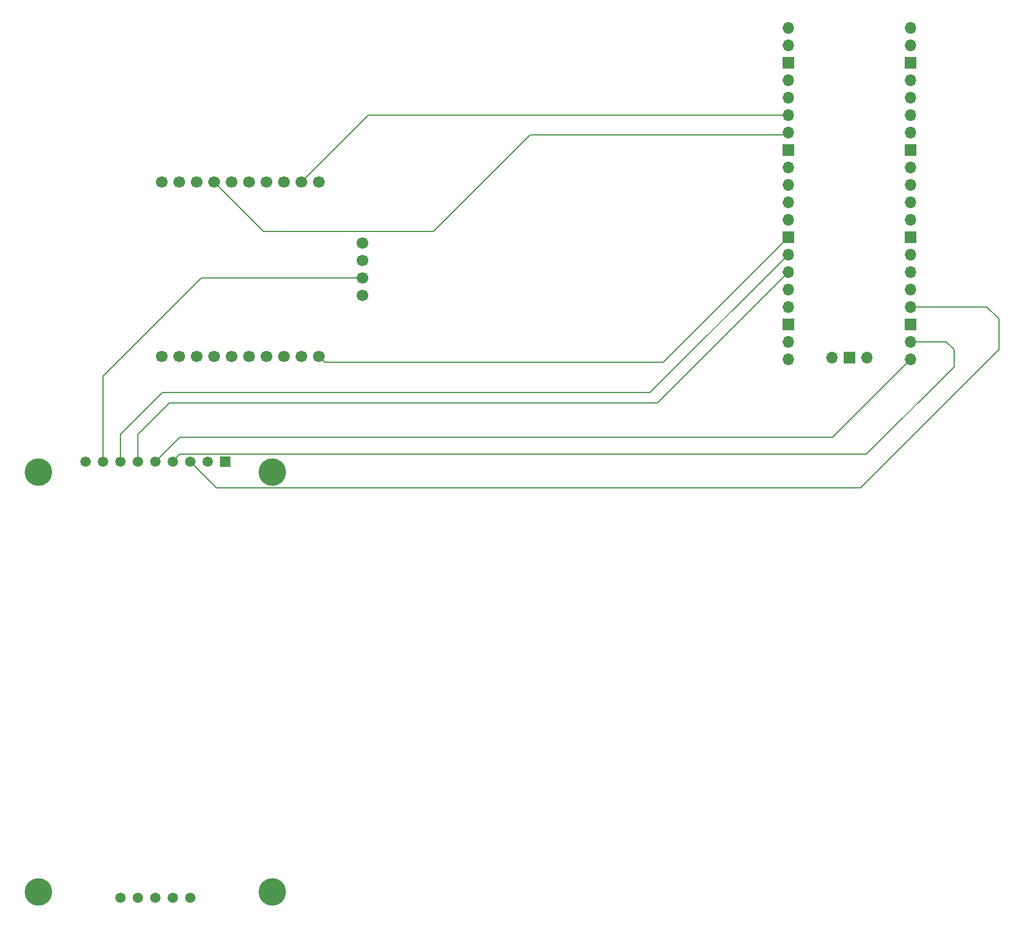
<source format=gbr>
%TF.GenerationSoftware,KiCad,Pcbnew,9.0.2*%
%TF.CreationDate,2025-05-23T00:22:38+05:30*%
%TF.ProjectId,Indira_Setu,496e6469-7261-45f5-9365-74752e6b6963,rev?*%
%TF.SameCoordinates,Original*%
%TF.FileFunction,Copper,L2,Bot*%
%TF.FilePolarity,Positive*%
%FSLAX46Y46*%
G04 Gerber Fmt 4.6, Leading zero omitted, Abs format (unit mm)*
G04 Created by KiCad (PCBNEW 9.0.2) date 2025-05-23 00:22:38*
%MOMM*%
%LPD*%
G01*
G04 APERTURE LIST*
%TA.AperFunction,ComponentPad*%
%ADD10C,4.000000*%
%TD*%
%TA.AperFunction,ComponentPad*%
%ADD11R,1.500000X1.500000*%
%TD*%
%TA.AperFunction,ComponentPad*%
%ADD12C,1.500000*%
%TD*%
%TA.AperFunction,ComponentPad*%
%ADD13O,1.700000X1.700000*%
%TD*%
%TA.AperFunction,ComponentPad*%
%ADD14R,1.700000X1.700000*%
%TD*%
%TA.AperFunction,ComponentPad*%
%ADD15C,1.700000*%
%TD*%
%TA.AperFunction,Conductor*%
%ADD16C,0.200000*%
%TD*%
G04 APERTURE END LIST*
D10*
%TO.P,U2,*%
%TO.N,*%
X82550000Y-97042500D03*
X48450000Y-97042500D03*
X82550000Y-158242500D03*
X48450000Y-158242500D03*
D11*
%TO.P,U2,1,VCC*%
%TO.N,Net-(U1-3V3)*%
X75660000Y-95542500D03*
D12*
%TO.P,U2,2,GND*%
%TO.N,Net-(U2-GND)*%
X73120000Y-95542500D03*
%TO.P,U2,3,~{CS}*%
%TO.N,Net-(U1-GPIO18)*%
X70580000Y-95542500D03*
%TO.P,U2,4,RESET*%
%TO.N,Net-(U1-GPIO17)*%
X68040000Y-95542500D03*
%TO.P,U2,5,D/~{C}*%
%TO.N,Net-(U1-GPIO16)*%
X65500000Y-95542500D03*
%TO.P,U2,6,MOSI*%
%TO.N,Net-(U1-GPIO11)*%
X62960000Y-95542500D03*
%TO.P,U2,7,SCK*%
%TO.N,Net-(U1-GPIO10)*%
X60420000Y-95542500D03*
%TO.P,U2,8,LED*%
%TO.N,Net-(U1-3V3)*%
X57880000Y-95542500D03*
%TO.P,U2,9,MISO*%
%TO.N,Net-(U1-GPIO15)*%
X55340000Y-95542500D03*
%TO.P,U2,10,SD_CS*%
%TO.N,unconnected-(U2-SD_CS-Pad10)*%
X70580000Y-159062500D03*
%TO.P,U2,11,SD_MOSI*%
%TO.N,unconnected-(U2-SD_MOSI-Pad11)*%
X68040000Y-159062500D03*
%TO.P,U2,12,SD_MISO*%
%TO.N,unconnected-(U2-SD_MISO-Pad12)*%
X65500000Y-159062500D03*
%TO.P,U2,13,SD_SCK*%
%TO.N,unconnected-(U2-SD_SCK-Pad13)*%
X62960000Y-159062500D03*
%TO.P,U2,14,FLASH_CD*%
%TO.N,unconnected-(U2-FLASH_CD-Pad14)*%
X60420000Y-159062500D03*
%TD*%
D13*
%TO.P,U1,1,GPIO0*%
%TO.N,unconnected-(U1-GPIO0-Pad1)*%
X157610000Y-32370000D03*
%TO.P,U1,2,GPIO1*%
%TO.N,unconnected-(U1-GPIO1-Pad2)*%
X157610000Y-34910000D03*
D14*
%TO.P,U1,3,GND*%
%TO.N,unconnected-(U1-GND-Pad3)*%
X157610000Y-37450000D03*
D13*
%TO.P,U1,4,GPIO2*%
%TO.N,Net-(U1-GPIO2)*%
X157610000Y-39990000D03*
%TO.P,U1,5,GPIO3*%
%TO.N,Net-(U1-GPIO3)*%
X157610000Y-42530000D03*
%TO.P,U1,6,GPIO4*%
%TO.N,Net-(U1-GPIO4)*%
X157610000Y-45070000D03*
%TO.P,U1,7,GPIO5*%
%TO.N,Net-(U1-GPIO5)*%
X157610000Y-47610000D03*
D14*
%TO.P,U1,8,GND*%
%TO.N,unconnected-(U1-GND-Pad8)*%
X157610000Y-50150000D03*
D13*
%TO.P,U1,9,GPIO6*%
%TO.N,Net-(U1-GPIO6)*%
X157610000Y-52690000D03*
%TO.P,U1,10,GPIO7*%
%TO.N,Net-(U1-GPIO7)*%
X157610000Y-55230000D03*
%TO.P,U1,11,GPIO8*%
%TO.N,Net-(U1-GPIO8)*%
X157610000Y-57770000D03*
%TO.P,U1,12,GPIO9*%
%TO.N,unconnected-(U1-GPIO9-Pad12)*%
X157610000Y-60310000D03*
D14*
%TO.P,U1,13,GND*%
%TO.N,Net-(CJMCU_FT1-GND-PadGND1)*%
X157610000Y-62850000D03*
D13*
%TO.P,U1,14,GPIO10*%
%TO.N,Net-(U1-GPIO10)*%
X157610000Y-65390000D03*
%TO.P,U1,15,GPIO11*%
%TO.N,Net-(U1-GPIO11)*%
X157610000Y-67930000D03*
%TO.P,U1,16,GPIO12*%
%TO.N,unconnected-(U1-GPIO12-Pad16)*%
X157610000Y-70470000D03*
%TO.P,U1,17,GPIO13*%
%TO.N,unconnected-(U1-GPIO13-Pad17)*%
X157610000Y-73010000D03*
D14*
%TO.P,U1,18,GND*%
%TO.N,unconnected-(U1-GND-Pad18)*%
X157610000Y-75550000D03*
D13*
%TO.P,U1,19,GPIO14*%
%TO.N,unconnected-(U1-GPIO14-Pad19)*%
X157610000Y-78090000D03*
%TO.P,U1,20,GPIO15*%
%TO.N,Net-(U1-GPIO15)*%
X157610000Y-80630000D03*
%TO.P,U1,21,GPIO16*%
%TO.N,Net-(U1-GPIO16)*%
X175390000Y-80630000D03*
%TO.P,U1,22,GPIO17*%
%TO.N,Net-(U1-GPIO17)*%
X175390000Y-78090000D03*
D14*
%TO.P,U1,23,GND*%
%TO.N,unconnected-(U1-GND-Pad23)*%
X175390000Y-75550000D03*
D13*
%TO.P,U1,24,GPIO18*%
%TO.N,Net-(U1-GPIO18)*%
X175390000Y-73010000D03*
%TO.P,U1,25,GPIO19*%
%TO.N,unconnected-(U1-GPIO19-Pad25)*%
X175390000Y-70470000D03*
%TO.P,U1,26,GPIO20*%
%TO.N,unconnected-(U1-GPIO20-Pad26)*%
X175390000Y-67930000D03*
%TO.P,U1,27,GPIO21*%
%TO.N,unconnected-(U1-GPIO21-Pad27)*%
X175390000Y-65390000D03*
D14*
%TO.P,U1,28,GND*%
%TO.N,unconnected-(U1-GND-Pad28)*%
X175390000Y-62850000D03*
D13*
%TO.P,U1,29,GPIO22*%
%TO.N,unconnected-(U1-GPIO22-Pad29)*%
X175390000Y-60310000D03*
%TO.P,U1,30,RUN*%
%TO.N,unconnected-(U1-RUN-Pad30)*%
X175390000Y-57770000D03*
%TO.P,U1,31,GPIO26_ADC0*%
%TO.N,unconnected-(U1-GPIO26_ADC0-Pad31)*%
X175390000Y-55230000D03*
%TO.P,U1,32,GPIO27_ADC1*%
%TO.N,unconnected-(U1-GPIO27_ADC1-Pad32)*%
X175390000Y-52690000D03*
D14*
%TO.P,U1,33,AGND*%
%TO.N,unconnected-(U1-AGND-Pad33)*%
X175390000Y-50150000D03*
D13*
%TO.P,U1,34,GPIO28_ADC2*%
%TO.N,unconnected-(U1-GPIO28_ADC2-Pad34)*%
X175390000Y-47610000D03*
%TO.P,U1,35,ADC_VREF*%
%TO.N,unconnected-(U1-ADC_VREF-Pad35)*%
X175390000Y-45070000D03*
%TO.P,U1,36,3V3*%
%TO.N,Net-(U1-3V3)*%
X175390000Y-42530000D03*
%TO.P,U1,37,3V3_EN*%
%TO.N,unconnected-(U1-3V3_EN-Pad37)*%
X175390000Y-39990000D03*
D14*
%TO.P,U1,38,GND*%
%TO.N,Net-(U2-GND)*%
X175390000Y-37450000D03*
D13*
%TO.P,U1,39,VSYS*%
%TO.N,unconnected-(U1-VSYS-Pad39)*%
X175390000Y-34910000D03*
%TO.P,U1,40,VBUS*%
%TO.N,unconnected-(U1-VBUS-Pad40)*%
X175390000Y-32370000D03*
%TO.P,U1,41,SWCLK*%
%TO.N,unconnected-(U1-SWCLK-Pad41)*%
X163960000Y-80400000D03*
D14*
%TO.P,U1,42,GND*%
%TO.N,unconnected-(U1-GND-Pad42)*%
X166500000Y-80400000D03*
D13*
%TO.P,U1,43,SWDIO*%
%TO.N,unconnected-(U1-SWDIO-Pad43)*%
X169040000Y-80400000D03*
%TD*%
D15*
%TO.P,CJMCU_FT1,+3.3V,+3.3V*%
%TO.N,Net-(U1-3V3)*%
X95648000Y-68800000D03*
%TO.P,CJMCU_FT1,+5V1,+5V*%
%TO.N,unconnected-(CJMCU_FT1-+5V-Pad+5V1)*%
X86758000Y-80230000D03*
%TO.P,CJMCU_FT1,+5V2,+5V*%
%TO.N,unconnected-(CJMCU_FT1-+5V-Pad+5V2)*%
X95648000Y-63720000D03*
%TO.P,CJMCU_FT1,AC0,AC0*%
%TO.N,Net-(U1-GPIO3)*%
X89298000Y-54830000D03*
%TO.P,CJMCU_FT1,AC1,AC1*%
%TO.N,Net-(U1-GPIO4)*%
X86758000Y-54830000D03*
%TO.P,CJMCU_FT1,AC2,AC2*%
%TO.N,Net-(U1-GPIO6)*%
X84218000Y-54830000D03*
%TO.P,CJMCU_FT1,AC3,AC3*%
%TO.N,Net-(U1-GPIO7)*%
X81678000Y-54830000D03*
%TO.P,CJMCU_FT1,AC4,AC4*%
%TO.N,unconnected-(CJMCU_FT1-PadAC4)*%
X79138000Y-54830000D03*
%TO.P,CJMCU_FT1,AC5,AC5*%
%TO.N,Net-(U1-GPIO2)*%
X76598000Y-54830000D03*
%TO.P,CJMCU_FT1,AC6,AC6*%
%TO.N,Net-(U1-GPIO5)*%
X74058000Y-54830000D03*
%TO.P,CJMCU_FT1,AC7,AC7*%
%TO.N,unconnected-(CJMCU_FT1-PadAC7)*%
X71518000Y-54830000D03*
%TO.P,CJMCU_FT1,AC8,AC8*%
%TO.N,unconnected-(CJMCU_FT1-PadAC8)*%
X68978000Y-54830000D03*
%TO.P,CJMCU_FT1,AC9,AC9*%
%TO.N,unconnected-(CJMCU_FT1-PadAC9)*%
X66438000Y-54830000D03*
%TO.P,CJMCU_FT1,AD0,AD0*%
%TO.N,Net-(U1-GPIO8)*%
X66438000Y-80230000D03*
%TO.P,CJMCU_FT1,AD1,AD1*%
%TO.N,unconnected-(CJMCU_FT1-PadAD1)*%
X68978000Y-80230000D03*
%TO.P,CJMCU_FT1,AD2,AD2*%
%TO.N,unconnected-(CJMCU_FT1-PadAD2)*%
X71518000Y-80230000D03*
%TO.P,CJMCU_FT1,AD3,AD3*%
%TO.N,unconnected-(CJMCU_FT1-PadAD3)*%
X74058000Y-80230000D03*
%TO.P,CJMCU_FT1,AD4,AD4*%
%TO.N,unconnected-(CJMCU_FT1-PadAD4)*%
X76598000Y-80230000D03*
%TO.P,CJMCU_FT1,AD5,AD5*%
%TO.N,unconnected-(CJMCU_FT1-PadAD5)*%
X79138000Y-80230000D03*
%TO.P,CJMCU_FT1,AD6,AD6*%
%TO.N,unconnected-(CJMCU_FT1-PadAD6)*%
X81678000Y-80230000D03*
%TO.P,CJMCU_FT1,AD7,AD7*%
%TO.N,unconnected-(CJMCU_FT1-PadAD7)*%
X84218000Y-80230000D03*
%TO.P,CJMCU_FT1,GND1,GND*%
%TO.N,Net-(CJMCU_FT1-GND-PadGND1)*%
X89298000Y-80230000D03*
%TO.P,CJMCU_FT1,GND2,GND*%
%TO.N,unconnected-(CJMCU_FT1-GND-PadGND2)*%
X95648000Y-71340000D03*
%TO.P,CJMCU_FT1,Vcore,Vcore*%
%TO.N,unconnected-(CJMCU_FT1-PadVcore)*%
X95648000Y-66260000D03*
%TD*%
D16*
%TO.N,Net-(U1-GPIO17)*%
X181750000Y-81750000D02*
X169008500Y-94491500D01*
X69091000Y-94491500D02*
X68040000Y-95542500D01*
X181750000Y-79250000D02*
X181750000Y-81750000D01*
X180590000Y-78090000D02*
X181750000Y-79250000D01*
X169008500Y-94491500D02*
X69091000Y-94491500D01*
X175390000Y-78090000D02*
X180590000Y-78090000D01*
%TO.N,Net-(U1-GPIO18)*%
X186510000Y-73010000D02*
X175390000Y-73010000D01*
X188250000Y-74750000D02*
X186510000Y-73010000D01*
X168156500Y-99343500D02*
X188250000Y-79250000D01*
X188250000Y-79250000D02*
X188250000Y-74750000D01*
X74381000Y-99343500D02*
X168156500Y-99343500D01*
X70580000Y-95542500D02*
X74381000Y-99343500D01*
%TO.N,Net-(U1-3V3)*%
X72200000Y-68800000D02*
X57880000Y-83120000D01*
X95648000Y-68800000D02*
X72200000Y-68800000D01*
X57880000Y-83120000D02*
X57880000Y-95542500D01*
%TO.N,Net-(U1-GPIO11)*%
X138540000Y-87000000D02*
X157610000Y-67930000D01*
X62960000Y-91540000D02*
X67500000Y-87000000D01*
X67500000Y-87000000D02*
X138540000Y-87000000D01*
X62960000Y-95542500D02*
X62960000Y-91540000D01*
%TO.N,Net-(U1-GPIO5)*%
X106000000Y-62000000D02*
X120000000Y-48000000D01*
X120000000Y-48000000D02*
X157000000Y-48000000D01*
X74058000Y-54830000D02*
X81228000Y-62000000D01*
X81228000Y-62000000D02*
X106000000Y-62000000D01*
%TO.N,Net-(U1-GPIO4)*%
X86758000Y-54830000D02*
X96518000Y-45070000D01*
X96518000Y-45070000D02*
X157610000Y-45070000D01*
%TO.N,Net-(CJMCU_FT1-GND-PadGND1)*%
X89298000Y-80230000D02*
X90148000Y-81080000D01*
X90148000Y-81080000D02*
X139380000Y-81080000D01*
X139380000Y-81080000D02*
X157610000Y-62850000D01*
%TO.N,unconnected-(U1-GND-Pad3)*%
X157560000Y-37500000D02*
X157610000Y-37450000D01*
%TO.N,Net-(U1-GPIO16)*%
X164028500Y-91991500D02*
X69051000Y-91991500D01*
X69051000Y-91991500D02*
X65500000Y-95542500D01*
X175390000Y-80630000D02*
X164028500Y-91991500D01*
%TO.N,Net-(U1-GPIO10)*%
X66500000Y-85500000D02*
X137500000Y-85500000D01*
X60420000Y-91580000D02*
X66500000Y-85500000D01*
X137500000Y-85500000D02*
X157610000Y-65390000D01*
X60420000Y-95542500D02*
X60420000Y-91580000D01*
%TD*%
M02*

</source>
